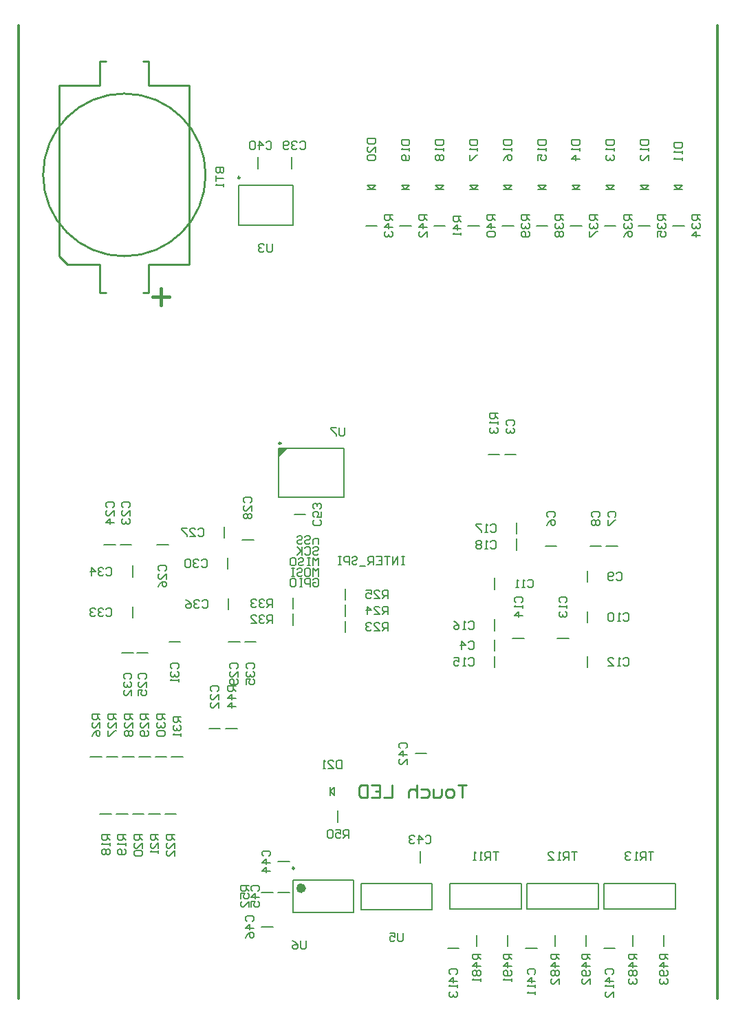
<source format=gbo>
G04 Layer_Color=32896*
%FSLAX44Y44*%
%MOMM*%
G71*
G01*
G75*
%ADD32C,0.2000*%
%ADD34C,0.3000*%
%ADD36C,0.4000*%
%ADD56C,0.2500*%
%ADD58C,0.6000*%
%ADD63C,0.2540*%
G36*
X350000Y798000D02*
Y808000D01*
X360000D01*
X350000Y798000D01*
D02*
G37*
D32*
X368000Y591000D02*
Y605000D01*
Y611000D02*
Y625000D01*
X369000Y727000D02*
X383000D01*
X300500Y1131750D02*
X367500D01*
X300500Y1082750D02*
X367500D01*
X300500D02*
Y1131750D01*
X367500Y1082750D02*
Y1131750D01*
X366000Y1152250D02*
Y1166250D01*
X324500Y1152250D02*
Y1166250D01*
X430000Y748000D02*
Y808000D01*
X350000Y748000D02*
Y808000D01*
Y748000D02*
X430000D01*
X350000Y808000D02*
X430000D01*
X350000Y798000D02*
X360000Y808000D01*
X524000Y299000D02*
Y313000D01*
X518000Y433000D02*
X532000D01*
X367500Y277500D02*
X442500D01*
X367500Y237500D02*
X442500D01*
X367500D02*
Y277500D01*
X442500Y237500D02*
Y277500D01*
X451000Y241000D02*
Y273000D01*
X539000Y241000D02*
Y273000D01*
X451000D02*
X539000D01*
X451000Y241000D02*
X539000D01*
X743500Y241500D02*
Y273500D01*
X655500Y241500D02*
Y273500D01*
Y241500D02*
X743500D01*
X655500Y273500D02*
X743500D01*
X649000Y241500D02*
Y273500D01*
X561000Y241500D02*
Y273500D01*
Y241500D02*
X649000D01*
X561000Y273500D02*
X649000D01*
X838000Y241500D02*
Y273500D01*
X750000Y241500D02*
Y273500D01*
Y241500D02*
X838000D01*
X750000Y273500D02*
X838000D01*
X329000Y262000D02*
X343000D01*
X423000Y349000D02*
Y363000D01*
X728000Y196000D02*
Y210000D01*
X632000Y196000D02*
Y210000D01*
X824000Y196000D02*
Y210000D01*
X690000Y196000D02*
Y210000D01*
X594000Y196000D02*
Y210000D01*
X786000Y196000D02*
Y210000D01*
X218000Y429000D02*
X232000D01*
X198000D02*
X212000D01*
X178000D02*
X192000D01*
X158000D02*
X172000D01*
X138000D02*
X152000D01*
X118000D02*
X132000D01*
X432000Y622000D02*
Y636000D01*
Y602000D02*
Y616000D01*
Y582000D02*
Y596000D01*
X210000Y359000D02*
X224000D01*
X190000D02*
X204000D01*
X170000D02*
X184000D01*
X150000D02*
X164000D01*
X130000D02*
X144000D01*
X608000Y801000D02*
X622000D01*
X349000Y262000D02*
X363000D01*
X349000Y300000D02*
X363000D01*
X329000Y220000D02*
X343000D01*
X750000Y194000D02*
X764000D01*
X654000D02*
X668000D01*
X558000D02*
X572000D01*
X628000Y801000D02*
X642000D01*
X835000Y1082000D02*
X849000D01*
X793000D02*
X807000D01*
X751000D02*
X765000D01*
X709000D02*
X723000D01*
X667000D02*
X681000D01*
X625000D02*
X639000D01*
X583000D02*
X597000D01*
X541000D02*
X555000D01*
X499000D02*
X513000D01*
X457000D02*
X471000D01*
X264000Y464000D02*
X278000D01*
X285000D02*
X299000D01*
X643000Y683000D02*
Y697000D01*
Y703000D02*
Y717000D01*
X616000Y584000D02*
Y598000D01*
Y539000D02*
Y553000D01*
Y559000D02*
Y573000D01*
X730000Y644000D02*
Y658000D01*
Y594000D02*
Y608000D01*
Y539000D02*
Y553000D01*
X638000Y575000D02*
X652000D01*
X693000D02*
X707000D01*
X733000Y688000D02*
X747000D01*
X753000D02*
X767000D01*
X678000D02*
X692000D01*
X616000Y635000D02*
Y649000D01*
X283000Y698000D02*
Y712000D01*
X287000Y660000D02*
Y674000D01*
X288000Y610000D02*
Y624000D01*
X170000Y600000D02*
Y614000D01*
Y650000D02*
Y664000D01*
X175000Y557000D02*
X189000D01*
X157000D02*
X171000D01*
X135000Y690000D02*
X149000D01*
X155000D02*
X169000D01*
X200000D02*
X214000D01*
X215000Y570000D02*
X229000D01*
X308000D02*
X322000D01*
X288000D02*
X302000D01*
X305000Y696000D02*
X319000D01*
X459000Y1132000D02*
X464000Y1127000D01*
X469000Y1132000D01*
X459000D02*
X469000D01*
X459000Y1127000D02*
X469000D01*
X501000D02*
X511000D01*
X501000Y1132000D02*
X511000D01*
X506000Y1127000D02*
X511000Y1132000D01*
X501000D02*
X506000Y1127000D01*
X543000Y1132000D02*
X548000Y1127000D01*
X553000Y1132000D01*
X543000D02*
X553000D01*
X543000Y1127000D02*
X553000D01*
X585000D02*
X595000D01*
X585000Y1132000D02*
X595000D01*
X590000Y1127000D02*
X595000Y1132000D01*
X585000D02*
X590000Y1127000D01*
X627000Y1132000D02*
X632000Y1127000D01*
X637000Y1132000D01*
X627000D02*
X637000D01*
X627000Y1127000D02*
X637000D01*
X669000D02*
X679000D01*
X669000Y1132000D02*
X679000D01*
X674000Y1127000D02*
X679000Y1132000D01*
X669000D02*
X674000Y1127000D01*
X711000Y1132000D02*
X716000Y1127000D01*
X721000Y1132000D01*
X711000D02*
X721000D01*
X711000Y1127000D02*
X721000D01*
X753000D02*
X763000D01*
X753000Y1132000D02*
X763000D01*
X758000Y1127000D02*
X763000Y1132000D01*
X753000D02*
X758000Y1127000D01*
X795000Y1132000D02*
X800000Y1127000D01*
X805000Y1132000D01*
X795000D02*
X805000D01*
X795000Y1127000D02*
X805000D01*
X837000D02*
X847000D01*
X837000Y1132000D02*
X847000D01*
X842000Y1127000D02*
X847000Y1132000D01*
X837000D02*
X842000Y1127000D01*
X413000Y387000D02*
X418000Y392000D01*
X413000Y387000D02*
X418000Y382000D01*
Y392000D01*
X413000Y382000D02*
Y392000D01*
X427780Y424523D02*
Y414526D01*
X422782D01*
X421116Y416192D01*
Y422857D01*
X422782Y424523D01*
X427780D01*
X411119Y414526D02*
X417784D01*
X411119Y421190D01*
Y422857D01*
X412785Y424523D01*
X416117D01*
X417784Y422857D01*
X407787Y414526D02*
X404454D01*
X406120D01*
Y424523D01*
X407787Y422857D01*
X272495Y1153666D02*
X282492D01*
Y1148668D01*
X280826Y1147001D01*
X279160D01*
X277494Y1148668D01*
Y1153666D01*
Y1148668D01*
X275828Y1147001D01*
X274162D01*
X272495Y1148668D01*
Y1153666D01*
Y1143669D02*
Y1137005D01*
Y1140337D01*
X282492D01*
Y1133672D02*
Y1130340D01*
Y1132006D01*
X272495D01*
X274162Y1133672D01*
X631794Y836613D02*
X630127Y838280D01*
Y841612D01*
X631794Y843278D01*
X638458D01*
X640124Y841612D01*
Y838280D01*
X638458Y836613D01*
X631794Y833281D02*
X630127Y831615D01*
Y828283D01*
X631794Y826617D01*
X633460D01*
X635126Y828283D01*
Y829949D01*
Y828283D01*
X636792Y826617D01*
X638458D01*
X640124Y828283D01*
Y831615D01*
X638458Y833281D01*
X561690Y161735D02*
X560023Y163402D01*
Y166734D01*
X561690Y168400D01*
X568354D01*
X570020Y166734D01*
Y163402D01*
X568354Y161735D01*
X570020Y153405D02*
X560023D01*
X565022Y158403D01*
Y151739D01*
X570020Y148406D02*
Y145074D01*
Y146740D01*
X560023D01*
X561690Y148406D01*
Y140076D02*
X560023Y138410D01*
Y135077D01*
X561690Y133411D01*
X563356D01*
X565022Y135077D01*
Y136743D01*
Y135077D01*
X566688Y133411D01*
X568354D01*
X570020Y135077D01*
Y138410D01*
X568354Y140076D01*
X657702Y161735D02*
X656036Y163402D01*
Y166734D01*
X657702Y168400D01*
X664366D01*
X666032Y166734D01*
Y163402D01*
X664366Y161735D01*
X666032Y153405D02*
X656036D01*
X661034Y158403D01*
Y151739D01*
X666032Y148406D02*
Y145074D01*
Y146740D01*
X656036D01*
X657702Y148406D01*
X666032Y140076D02*
Y136743D01*
Y138410D01*
X656036D01*
X657702Y140076D01*
X753714Y161735D02*
X752048Y163402D01*
Y166734D01*
X753714Y168400D01*
X760378D01*
X762044Y166734D01*
Y163402D01*
X760378Y161735D01*
X762044Y153405D02*
X752048D01*
X757046Y158403D01*
Y151739D01*
X762044Y148406D02*
Y145074D01*
Y146740D01*
X752048D01*
X753714Y148406D01*
X762044Y133411D02*
Y140076D01*
X755380Y133411D01*
X753714D01*
X752048Y135077D01*
Y138410D01*
X753714Y140076D01*
X310992Y226759D02*
X309326Y228426D01*
Y231758D01*
X310992Y233424D01*
X317656D01*
X319322Y231758D01*
Y228426D01*
X317656Y226759D01*
X319322Y218429D02*
X309326D01*
X314324Y223427D01*
Y216763D01*
X309326Y206766D02*
X310992Y210098D01*
X314324Y213430D01*
X317656D01*
X319322Y211764D01*
Y208432D01*
X317656Y206766D01*
X315990D01*
X314324Y208432D01*
Y213430D01*
X331058Y306770D02*
X329392Y308436D01*
Y311768D01*
X331058Y313434D01*
X337722D01*
X339388Y311768D01*
Y308436D01*
X337722Y306770D01*
X339388Y298439D02*
X329392D01*
X334390Y303437D01*
Y296773D01*
X339388Y288442D02*
X329392D01*
X334390Y293440D01*
Y286776D01*
X317669Y264335D02*
X316003Y266002D01*
Y269334D01*
X317669Y271000D01*
X324334D01*
X326000Y269334D01*
Y266002D01*
X324334Y264335D01*
X326000Y256005D02*
X316003D01*
X321002Y261003D01*
Y254339D01*
X316003Y244342D02*
Y251006D01*
X321002D01*
X319335Y247674D01*
Y246008D01*
X321002Y244342D01*
X324334D01*
X326000Y246008D01*
Y249340D01*
X324334Y251006D01*
X836883Y1184146D02*
X846880D01*
Y1179148D01*
X845214Y1177482D01*
X838550D01*
X836883Y1179148D01*
Y1184146D01*
X846880Y1174149D02*
Y1170817D01*
Y1172483D01*
X836883D01*
X838550Y1174149D01*
X846880Y1165818D02*
Y1162486D01*
Y1164152D01*
X836883D01*
X838550Y1165818D01*
X794974Y1187448D02*
X804970D01*
Y1182450D01*
X803304Y1180783D01*
X796640D01*
X794974Y1182450D01*
Y1187448D01*
X804970Y1177451D02*
Y1174119D01*
Y1175785D01*
X794974D01*
X796640Y1177451D01*
X804970Y1162456D02*
Y1169120D01*
X798306Y1162456D01*
X796640D01*
X794974Y1164122D01*
Y1167454D01*
X796640Y1169120D01*
X753064Y1187448D02*
X763060D01*
Y1182450D01*
X761394Y1180783D01*
X754730D01*
X753064Y1182450D01*
Y1187448D01*
X763060Y1177451D02*
Y1174119D01*
Y1175785D01*
X753064D01*
X754730Y1177451D01*
Y1169120D02*
X753064Y1167454D01*
Y1164122D01*
X754730Y1162456D01*
X756396D01*
X758062Y1164122D01*
Y1165788D01*
Y1164122D01*
X759728Y1162456D01*
X761394D01*
X763060Y1164122D01*
Y1167454D01*
X761394Y1169120D01*
X710900Y1187448D02*
X720896D01*
Y1182450D01*
X719230Y1180783D01*
X712566D01*
X710900Y1182450D01*
Y1187448D01*
X720896Y1177451D02*
Y1174119D01*
Y1175785D01*
X710900D01*
X712566Y1177451D01*
X720896Y1164122D02*
X710900D01*
X715898Y1169120D01*
Y1162456D01*
X668989Y1187448D02*
X678986D01*
Y1182450D01*
X677320Y1180783D01*
X670656D01*
X668989Y1182450D01*
Y1187448D01*
X678986Y1177451D02*
Y1174119D01*
Y1175785D01*
X668989D01*
X670656Y1177451D01*
X668989Y1162456D02*
Y1169120D01*
X673988D01*
X672322Y1165788D01*
Y1164122D01*
X673988Y1162456D01*
X677320D01*
X678986Y1164122D01*
Y1167454D01*
X677320Y1169120D01*
X627080Y1187448D02*
X637076D01*
Y1182450D01*
X635410Y1180783D01*
X628746D01*
X627080Y1182450D01*
Y1187448D01*
X637076Y1177451D02*
Y1174119D01*
Y1175785D01*
X627080D01*
X628746Y1177451D01*
X627080Y1162456D02*
X628746Y1165788D01*
X632078Y1169120D01*
X635410D01*
X637076Y1167454D01*
Y1164122D01*
X635410Y1162456D01*
X633744D01*
X632078Y1164122D01*
Y1169120D01*
X584916Y1187448D02*
X594912D01*
Y1182450D01*
X593246Y1180783D01*
X586582D01*
X584916Y1182450D01*
Y1187448D01*
X594912Y1177451D02*
Y1174119D01*
Y1175785D01*
X584916D01*
X586582Y1177451D01*
X584916Y1169120D02*
Y1162456D01*
X586582D01*
X593246Y1169120D01*
X594912D01*
X543005Y1187448D02*
X553002D01*
Y1182450D01*
X551336Y1180783D01*
X544672D01*
X543005Y1182450D01*
Y1187448D01*
X553002Y1177451D02*
Y1174119D01*
Y1175785D01*
X543005D01*
X544672Y1177451D01*
Y1169120D02*
X543005Y1167454D01*
Y1164122D01*
X544672Y1162456D01*
X546338D01*
X548004Y1164122D01*
X549670Y1162456D01*
X551336D01*
X553002Y1164122D01*
Y1167454D01*
X551336Y1169120D01*
X549670D01*
X548004Y1167454D01*
X546338Y1169120D01*
X544672D01*
X548004Y1167454D02*
Y1164122D01*
X501096Y1187448D02*
X511092D01*
Y1182450D01*
X509426Y1180783D01*
X502762D01*
X501096Y1182450D01*
Y1187448D01*
X511092Y1177451D02*
Y1174119D01*
Y1175785D01*
X501096D01*
X502762Y1177451D01*
X509426Y1169120D02*
X511092Y1167454D01*
Y1164122D01*
X509426Y1162456D01*
X502762D01*
X501096Y1164122D01*
Y1167454D01*
X502762Y1169120D01*
X504428D01*
X506094Y1167454D01*
Y1162456D01*
X458932Y1189226D02*
X468928D01*
Y1184228D01*
X467262Y1182561D01*
X460598D01*
X458932Y1184228D01*
Y1189226D01*
X468928Y1172565D02*
Y1179229D01*
X462264Y1172565D01*
X460598D01*
X458932Y1174231D01*
Y1177563D01*
X460598Y1179229D01*
Y1169232D02*
X458932Y1167566D01*
Y1164234D01*
X460598Y1162568D01*
X467262D01*
X468928Y1164234D01*
Y1167566D01*
X467262Y1169232D01*
X460598D01*
X620058Y851660D02*
X610061D01*
Y846662D01*
X611728Y844995D01*
X615060D01*
X616726Y846662D01*
Y851660D01*
Y848328D02*
X620058Y844995D01*
Y841663D02*
Y838331D01*
Y839997D01*
X610061D01*
X611728Y841663D01*
Y833333D02*
X610061Y831666D01*
Y828334D01*
X611728Y826668D01*
X613394D01*
X615060Y828334D01*
Y830000D01*
Y828334D01*
X616726Y826668D01*
X618392D01*
X620058Y828334D01*
Y831666D01*
X618392Y833333D01*
X142030Y333500D02*
X132034D01*
Y328502D01*
X133700Y326836D01*
X137032D01*
X138698Y328502D01*
Y333500D01*
Y330168D02*
X142030Y326836D01*
Y323503D02*
Y320171D01*
Y321837D01*
X132034D01*
X133700Y323503D01*
Y315173D02*
X132034Y313506D01*
Y310174D01*
X133700Y308508D01*
X135366D01*
X137032Y310174D01*
X138698Y308508D01*
X140364D01*
X142030Y310174D01*
Y313506D01*
X140364Y315173D01*
X138698D01*
X137032Y313506D01*
X135366Y315173D01*
X133700D01*
X137032Y313506D02*
Y310174D01*
X162096Y333500D02*
X152100D01*
Y328502D01*
X153766Y326836D01*
X157098D01*
X158764Y328502D01*
Y333500D01*
Y330168D02*
X162096Y326836D01*
Y323503D02*
Y320171D01*
Y321837D01*
X152100D01*
X153766Y323503D01*
X160430Y315173D02*
X162096Y313506D01*
Y310174D01*
X160430Y308508D01*
X153766D01*
X152100Y310174D01*
Y313506D01*
X153766Y315173D01*
X155432D01*
X157098Y313506D01*
Y308508D01*
X181908Y333500D02*
X171912D01*
Y328502D01*
X173578Y326836D01*
X176910D01*
X178576Y328502D01*
Y333500D01*
Y330168D02*
X181908Y326836D01*
Y316839D02*
Y323503D01*
X175244Y316839D01*
X173578D01*
X171912Y318505D01*
Y321837D01*
X173578Y323503D01*
Y313506D02*
X171912Y311840D01*
Y308508D01*
X173578Y306842D01*
X180242D01*
X181908Y308508D01*
Y311840D01*
X180242Y313506D01*
X173578D01*
X201974Y333500D02*
X191978D01*
Y328502D01*
X193644Y326836D01*
X196976D01*
X198642Y328502D01*
Y333500D01*
Y330168D02*
X201974Y326836D01*
Y316839D02*
Y323503D01*
X195310Y316839D01*
X193644D01*
X191978Y318505D01*
Y321837D01*
X193644Y323503D01*
X201974Y313506D02*
Y310174D01*
Y311840D01*
X191978D01*
X193644Y313506D01*
X222040Y333500D02*
X212043D01*
Y328502D01*
X213710Y326836D01*
X217042D01*
X218708Y328502D01*
Y333500D01*
Y330168D02*
X222040Y326836D01*
Y316839D02*
Y323503D01*
X215376Y316839D01*
X213710D01*
X212043Y318505D01*
Y321837D01*
X213710Y323503D01*
X222040Y306842D02*
Y313506D01*
X215376Y306842D01*
X213710D01*
X212043Y308508D01*
Y311840D01*
X213710Y313506D01*
X484168Y583944D02*
Y593941D01*
X479170D01*
X477504Y592275D01*
Y588942D01*
X479170Y587276D01*
X484168D01*
X480836D02*
X477504Y583944D01*
X467507D02*
X474171D01*
X467507Y590608D01*
Y592275D01*
X469173Y593941D01*
X472505D01*
X474171Y592275D01*
X464175D02*
X462509Y593941D01*
X459176D01*
X457510Y592275D01*
Y590608D01*
X459176Y588942D01*
X460842D01*
X459176D01*
X457510Y587276D01*
Y585610D01*
X459176Y583944D01*
X462509D01*
X464175Y585610D01*
X484168Y604010D02*
Y614007D01*
X479170D01*
X477504Y612341D01*
Y609008D01*
X479170Y607342D01*
X484168D01*
X480836D02*
X477504Y604010D01*
X467507D02*
X474171D01*
X467507Y610675D01*
Y612341D01*
X469173Y614007D01*
X472505D01*
X474171Y612341D01*
X459176Y604010D02*
Y614007D01*
X464175Y609008D01*
X457510D01*
X484168Y624076D02*
Y634073D01*
X479170D01*
X477504Y632407D01*
Y629074D01*
X479170Y627408D01*
X484168D01*
X480836D02*
X477504Y624076D01*
X467507D02*
X474171D01*
X467507Y630741D01*
Y632407D01*
X469173Y634073D01*
X472505D01*
X474171Y632407D01*
X457510Y634073D02*
X464175D01*
Y629074D01*
X460842Y630741D01*
X459176D01*
X457510Y629074D01*
Y625742D01*
X459176Y624076D01*
X462509D01*
X464175Y625742D01*
X130092Y481328D02*
X120096D01*
Y476330D01*
X121762Y474664D01*
X125094D01*
X126760Y476330D01*
Y481328D01*
Y477996D02*
X130092Y474664D01*
Y464667D02*
Y471331D01*
X123428Y464667D01*
X121762D01*
X120096Y466333D01*
Y469665D01*
X121762Y471331D01*
X120096Y454670D02*
X121762Y458002D01*
X125094Y461334D01*
X128426D01*
X130092Y459668D01*
Y456336D01*
X128426Y454670D01*
X126760D01*
X125094Y456336D01*
Y461334D01*
X149904Y481328D02*
X139908D01*
Y476330D01*
X141574Y474664D01*
X144906D01*
X146572Y476330D01*
Y481328D01*
Y477996D02*
X149904Y474664D01*
Y464667D02*
Y471331D01*
X143240Y464667D01*
X141574D01*
X139908Y466333D01*
Y469665D01*
X141574Y471331D01*
X139908Y461334D02*
Y454670D01*
X141574D01*
X148238Y461334D01*
X149904D01*
X169970Y481328D02*
X159973D01*
Y476330D01*
X161640Y474664D01*
X164972D01*
X166638Y476330D01*
Y481328D01*
Y477996D02*
X169970Y474664D01*
Y464667D02*
Y471331D01*
X163306Y464667D01*
X161640D01*
X159973Y466333D01*
Y469665D01*
X161640Y471331D01*
Y461334D02*
X159973Y459668D01*
Y456336D01*
X161640Y454670D01*
X163306D01*
X164972Y456336D01*
X166638Y454670D01*
X168304D01*
X169970Y456336D01*
Y459668D01*
X168304Y461334D01*
X166638D01*
X164972Y459668D01*
X163306Y461334D01*
X161640D01*
X164972Y459668D02*
Y456336D01*
X190036Y481328D02*
X180040D01*
Y476330D01*
X181706Y474664D01*
X185038D01*
X186704Y476330D01*
Y481328D01*
Y477996D02*
X190036Y474664D01*
Y464667D02*
Y471331D01*
X183372Y464667D01*
X181706D01*
X180040Y466333D01*
Y469665D01*
X181706Y471331D01*
X188370Y461334D02*
X190036Y459668D01*
Y456336D01*
X188370Y454670D01*
X181706D01*
X180040Y456336D01*
Y459668D01*
X181706Y461334D01*
X183372D01*
X185038Y459668D01*
Y454670D01*
X210102Y481328D02*
X200105D01*
Y476330D01*
X201772Y474664D01*
X205104D01*
X206770Y476330D01*
Y481328D01*
Y477996D02*
X210102Y474664D01*
X201772Y471331D02*
X200105Y469665D01*
Y466333D01*
X201772Y464667D01*
X203438D01*
X205104Y466333D01*
Y467999D01*
Y466333D01*
X206770Y464667D01*
X208436D01*
X210102Y466333D01*
Y469665D01*
X208436Y471331D01*
X201772Y461334D02*
X200105Y459668D01*
Y456336D01*
X201772Y454670D01*
X208436D01*
X210102Y456336D01*
Y459668D01*
X208436Y461334D01*
X201772D01*
X229914Y478026D02*
X219918D01*
Y473028D01*
X221584Y471362D01*
X224916D01*
X226582Y473028D01*
Y478026D01*
Y474694D02*
X229914Y471362D01*
X221584Y468029D02*
X219918Y466363D01*
Y463031D01*
X221584Y461365D01*
X223250D01*
X224916Y463031D01*
Y464697D01*
Y463031D01*
X226582Y461365D01*
X228248D01*
X229914Y463031D01*
Y466363D01*
X228248Y468029D01*
X229914Y458032D02*
Y454700D01*
Y456366D01*
X219918D01*
X221584Y458032D01*
X342436Y593088D02*
Y603085D01*
X337438D01*
X335772Y601419D01*
Y598086D01*
X337438Y596420D01*
X342436D01*
X339104D02*
X335772Y593088D01*
X332439Y601419D02*
X330773Y603085D01*
X327441D01*
X325775Y601419D01*
Y599753D01*
X327441Y598086D01*
X329107D01*
X327441D01*
X325775Y596420D01*
Y594754D01*
X327441Y593088D01*
X330773D01*
X332439Y594754D01*
X315778Y593088D02*
X322443D01*
X315778Y599753D01*
Y601419D01*
X317444Y603085D01*
X320776D01*
X322443Y601419D01*
X342436Y612900D02*
Y622897D01*
X337438D01*
X335772Y621231D01*
Y617898D01*
X337438Y616232D01*
X342436D01*
X339104D02*
X335772Y612900D01*
X332439Y621231D02*
X330773Y622897D01*
X327441D01*
X325775Y621231D01*
Y619565D01*
X327441Y617898D01*
X329107D01*
X327441D01*
X325775Y616232D01*
Y614566D01*
X327441Y612900D01*
X330773D01*
X332439Y614566D01*
X322443Y621231D02*
X320776Y622897D01*
X317444D01*
X315778Y621231D01*
Y619565D01*
X317444Y617898D01*
X319110D01*
X317444D01*
X315778Y616232D01*
Y614566D01*
X317444Y612900D01*
X320776D01*
X322443Y614566D01*
X868470Y1095246D02*
X858474D01*
Y1090248D01*
X860140Y1088581D01*
X863472D01*
X865138Y1090248D01*
Y1095246D01*
Y1091914D02*
X868470Y1088581D01*
X860140Y1085249D02*
X858474Y1083583D01*
Y1080251D01*
X860140Y1078585D01*
X861806D01*
X863472Y1080251D01*
Y1081917D01*
Y1080251D01*
X865138Y1078585D01*
X866804D01*
X868470Y1080251D01*
Y1083583D01*
X866804Y1085249D01*
X868470Y1070254D02*
X858474D01*
X863472Y1075252D01*
Y1068588D01*
X826560Y1095246D02*
X816563D01*
Y1090248D01*
X818230Y1088581D01*
X821562D01*
X823228Y1090248D01*
Y1095246D01*
Y1091914D02*
X826560Y1088581D01*
X818230Y1085249D02*
X816563Y1083583D01*
Y1080251D01*
X818230Y1078585D01*
X819896D01*
X821562Y1080251D01*
Y1081917D01*
Y1080251D01*
X823228Y1078585D01*
X824894D01*
X826560Y1080251D01*
Y1083583D01*
X824894Y1085249D01*
X816563Y1068588D02*
Y1075252D01*
X821562D01*
X819896Y1071920D01*
Y1070254D01*
X821562Y1068588D01*
X824894D01*
X826560Y1070254D01*
Y1073586D01*
X824894Y1075252D01*
X784650Y1095246D02*
X774653D01*
Y1090248D01*
X776320Y1088581D01*
X779652D01*
X781318Y1090248D01*
Y1095246D01*
Y1091914D02*
X784650Y1088581D01*
X776320Y1085249D02*
X774653Y1083583D01*
Y1080251D01*
X776320Y1078585D01*
X777986D01*
X779652Y1080251D01*
Y1081917D01*
Y1080251D01*
X781318Y1078585D01*
X782984D01*
X784650Y1080251D01*
Y1083583D01*
X782984Y1085249D01*
X774653Y1068588D02*
X776320Y1071920D01*
X779652Y1075252D01*
X782984D01*
X784650Y1073586D01*
Y1070254D01*
X782984Y1068588D01*
X781318D01*
X779652Y1070254D01*
Y1075252D01*
X742486Y1095246D02*
X732489D01*
Y1090248D01*
X734156Y1088581D01*
X737488D01*
X739154Y1090248D01*
Y1095246D01*
Y1091914D02*
X742486Y1088581D01*
X734156Y1085249D02*
X732489Y1083583D01*
Y1080251D01*
X734156Y1078585D01*
X735822D01*
X737488Y1080251D01*
Y1081917D01*
Y1080251D01*
X739154Y1078585D01*
X740820D01*
X742486Y1080251D01*
Y1083583D01*
X740820Y1085249D01*
X732489Y1075252D02*
Y1068588D01*
X734156D01*
X740820Y1075252D01*
X742486D01*
X700576Y1095246D02*
X690580D01*
Y1090248D01*
X692246Y1088581D01*
X695578D01*
X697244Y1090248D01*
Y1095246D01*
Y1091914D02*
X700576Y1088581D01*
X692246Y1085249D02*
X690580Y1083583D01*
Y1080251D01*
X692246Y1078585D01*
X693912D01*
X695578Y1080251D01*
Y1081917D01*
Y1080251D01*
X697244Y1078585D01*
X698910D01*
X700576Y1080251D01*
Y1083583D01*
X698910Y1085249D01*
X692246Y1075252D02*
X690580Y1073586D01*
Y1070254D01*
X692246Y1068588D01*
X693912D01*
X695578Y1070254D01*
X697244Y1068588D01*
X698910D01*
X700576Y1070254D01*
Y1073586D01*
X698910Y1075252D01*
X697244D01*
X695578Y1073586D01*
X693912Y1075252D01*
X692246D01*
X695578Y1073586D02*
Y1070254D01*
X658666Y1095246D02*
X648670D01*
Y1090248D01*
X650336Y1088581D01*
X653668D01*
X655334Y1090248D01*
Y1095246D01*
Y1091914D02*
X658666Y1088581D01*
X650336Y1085249D02*
X648670Y1083583D01*
Y1080251D01*
X650336Y1078585D01*
X652002D01*
X653668Y1080251D01*
Y1081917D01*
Y1080251D01*
X655334Y1078585D01*
X657000D01*
X658666Y1080251D01*
Y1083583D01*
X657000Y1085249D01*
Y1075252D02*
X658666Y1073586D01*
Y1070254D01*
X657000Y1068588D01*
X650336D01*
X648670Y1070254D01*
Y1073586D01*
X650336Y1075252D01*
X652002D01*
X653668Y1073586D01*
Y1068588D01*
X616502Y1095246D02*
X606506D01*
Y1090248D01*
X608172Y1088581D01*
X611504D01*
X613170Y1090248D01*
Y1095246D01*
Y1091914D02*
X616502Y1088581D01*
Y1080251D02*
X606506D01*
X611504Y1085249D01*
Y1078585D01*
X608172Y1075252D02*
X606506Y1073586D01*
Y1070254D01*
X608172Y1068588D01*
X614836D01*
X616502Y1070254D01*
Y1073586D01*
X614836Y1075252D01*
X608172D01*
X574592Y1093722D02*
X564595D01*
Y1088724D01*
X566262Y1087057D01*
X569594D01*
X571260Y1088724D01*
Y1093722D01*
Y1090390D02*
X574592Y1087057D01*
Y1078727D02*
X564595D01*
X569594Y1083725D01*
Y1077061D01*
X574592Y1073728D02*
Y1070396D01*
Y1072062D01*
X564595D01*
X566262Y1073728D01*
X532682Y1095246D02*
X522686D01*
Y1090248D01*
X524352Y1088581D01*
X527684D01*
X529350Y1090248D01*
Y1095246D01*
Y1091914D02*
X532682Y1088581D01*
Y1080251D02*
X522686D01*
X527684Y1085249D01*
Y1078585D01*
X532682Y1068588D02*
Y1075252D01*
X526018Y1068588D01*
X524352D01*
X522686Y1070254D01*
Y1073586D01*
X524352Y1075252D01*
X490518Y1095246D02*
X480522D01*
Y1090248D01*
X482188Y1088581D01*
X485520D01*
X487186Y1090248D01*
Y1095246D01*
Y1091914D02*
X490518Y1088581D01*
Y1080251D02*
X480522D01*
X485520Y1085249D01*
Y1078585D01*
X482188Y1075252D02*
X480522Y1073586D01*
Y1070254D01*
X482188Y1068588D01*
X483854D01*
X485520Y1070254D01*
Y1071920D01*
Y1070254D01*
X487186Y1068588D01*
X488852D01*
X490518Y1070254D01*
Y1073586D01*
X488852Y1075252D01*
X791000Y186434D02*
X781003D01*
Y181436D01*
X782670Y179769D01*
X786002D01*
X787668Y181436D01*
Y186434D01*
Y183102D02*
X791000Y179769D01*
Y171439D02*
X781003D01*
X786002Y176437D01*
Y169773D01*
X782670Y166440D02*
X781003Y164774D01*
Y161442D01*
X782670Y159776D01*
X784336D01*
X786002Y161442D01*
X787668Y159776D01*
X789334D01*
X791000Y161442D01*
Y164774D01*
X789334Y166440D01*
X787668D01*
X786002Y164774D01*
X784336Y166440D01*
X782670D01*
X786002Y164774D02*
Y161442D01*
X782670Y156444D02*
X781003Y154777D01*
Y151445D01*
X782670Y149779D01*
X784336D01*
X786002Y151445D01*
Y153111D01*
Y151445D01*
X787668Y149779D01*
X789334D01*
X791000Y151445D01*
Y154777D01*
X789334Y156444D01*
X598976Y186434D02*
X588979D01*
Y181436D01*
X590646Y179769D01*
X593978D01*
X595644Y181436D01*
Y186434D01*
Y183102D02*
X598976Y179769D01*
Y171439D02*
X588979D01*
X593978Y176437D01*
Y169773D01*
X590646Y166440D02*
X588979Y164774D01*
Y161442D01*
X590646Y159776D01*
X592312D01*
X593978Y161442D01*
X595644Y159776D01*
X597310D01*
X598976Y161442D01*
Y164774D01*
X597310Y166440D01*
X595644D01*
X593978Y164774D01*
X592312Y166440D01*
X590646D01*
X593978Y164774D02*
Y161442D01*
X598976Y156444D02*
Y153111D01*
Y154777D01*
X588979D01*
X590646Y156444D01*
X694988Y186434D02*
X684992D01*
Y181436D01*
X686658Y179769D01*
X689990D01*
X691656Y181436D01*
Y186434D01*
Y183102D02*
X694988Y179769D01*
Y171439D02*
X684992D01*
X689990Y176437D01*
Y169773D01*
X686658Y166440D02*
X684992Y164774D01*
Y161442D01*
X686658Y159776D01*
X688324D01*
X689990Y161442D01*
X691656Y159776D01*
X693322D01*
X694988Y161442D01*
Y164774D01*
X693322Y166440D01*
X691656D01*
X689990Y164774D01*
X688324Y166440D01*
X686658D01*
X689990Y164774D02*
Y161442D01*
X694988Y149779D02*
Y156444D01*
X688324Y149779D01*
X686658D01*
X684992Y151445D01*
Y154777D01*
X686658Y156444D01*
X829100Y186434D02*
X819103D01*
Y181436D01*
X820770Y179769D01*
X824102D01*
X825768Y181436D01*
Y186434D01*
Y183102D02*
X829100Y179769D01*
Y171439D02*
X819103D01*
X824102Y176437D01*
Y169773D01*
X827434Y166440D02*
X829100Y164774D01*
Y161442D01*
X827434Y159776D01*
X820770D01*
X819103Y161442D01*
Y164774D01*
X820770Y166440D01*
X822436D01*
X824102Y164774D01*
Y159776D01*
X820770Y156444D02*
X819103Y154777D01*
Y151445D01*
X820770Y149779D01*
X822436D01*
X824102Y151445D01*
Y153111D01*
Y151445D01*
X825768Y149779D01*
X827434D01*
X829100Y151445D01*
Y154777D01*
X827434Y156444D01*
X637076Y186434D02*
X627080D01*
Y181436D01*
X628746Y179769D01*
X632078D01*
X633744Y181436D01*
Y186434D01*
Y183102D02*
X637076Y179769D01*
Y171439D02*
X627080D01*
X632078Y176437D01*
Y169773D01*
X635410Y166440D02*
X637076Y164774D01*
Y161442D01*
X635410Y159776D01*
X628746D01*
X627080Y161442D01*
Y164774D01*
X628746Y166440D01*
X630412D01*
X632078Y164774D01*
Y159776D01*
X637076Y156444D02*
Y153111D01*
Y154777D01*
X627080D01*
X628746Y156444D01*
X733088Y186434D02*
X723092D01*
Y181436D01*
X724758Y179769D01*
X728090D01*
X729756Y181436D01*
Y186434D01*
Y183102D02*
X733088Y179769D01*
Y171439D02*
X723092D01*
X728090Y176437D01*
Y169773D01*
X731422Y166440D02*
X733088Y164774D01*
Y161442D01*
X731422Y159776D01*
X724758D01*
X723092Y161442D01*
Y164774D01*
X724758Y166440D01*
X726424D01*
X728090Y164774D01*
Y159776D01*
X733088Y149779D02*
Y156444D01*
X726424Y149779D01*
X724758D01*
X723092Y151445D01*
Y154777D01*
X724758Y156444D01*
X436416Y329436D02*
Y339433D01*
X431418D01*
X429752Y337767D01*
Y334434D01*
X431418Y332768D01*
X436416D01*
X433084D02*
X429752Y329436D01*
X419755Y339433D02*
X426419D01*
Y334434D01*
X423087Y336101D01*
X421421D01*
X419755Y334434D01*
Y331102D01*
X421421Y329436D01*
X424753D01*
X426419Y331102D01*
X416423Y337767D02*
X414757Y339433D01*
X411424D01*
X409758Y337767D01*
Y331102D01*
X411424Y329436D01*
X414757D01*
X416423Y331102D01*
Y337767D01*
X313000Y271000D02*
X303003D01*
Y266002D01*
X304669Y264335D01*
X308002D01*
X309668Y266002D01*
Y271000D01*
Y267668D02*
X313000Y264335D01*
X303003Y254339D02*
Y261003D01*
X308002D01*
X306336Y257671D01*
Y256005D01*
X308002Y254339D01*
X311334D01*
X313000Y256005D01*
Y259337D01*
X311334Y261003D01*
X313000Y244342D02*
Y251006D01*
X306336Y244342D01*
X304669D01*
X303003Y246008D01*
Y249340D01*
X304669Y251006D01*
X811574Y312001D02*
X804910D01*
X808242D01*
Y302004D01*
X801578D02*
Y312001D01*
X796579D01*
X794913Y310335D01*
Y307002D01*
X796579Y305336D01*
X801578D01*
X798245D02*
X794913Y302004D01*
X791581D02*
X788248D01*
X789914D01*
Y312001D01*
X791581Y310335D01*
X783250D02*
X781584Y312001D01*
X778252D01*
X776585Y310335D01*
Y308668D01*
X778252Y307002D01*
X779918D01*
X778252D01*
X776585Y305336D01*
Y303670D01*
X778252Y302004D01*
X781584D01*
X783250Y303670D01*
X620820Y312001D02*
X614156D01*
X617488D01*
Y302004D01*
X610824D02*
Y312001D01*
X605825D01*
X604159Y310335D01*
Y307002D01*
X605825Y305336D01*
X610824D01*
X607491D02*
X604159Y302004D01*
X600827D02*
X597494D01*
X599160D01*
Y312001D01*
X600827Y310335D01*
X592496Y302004D02*
X589164D01*
X590830D01*
Y312001D01*
X592496Y310335D01*
X717086Y312001D02*
X710422D01*
X713754D01*
Y302004D01*
X707089D02*
Y312001D01*
X702091D01*
X700425Y310335D01*
Y307002D01*
X702091Y305336D01*
X707089D01*
X703757D02*
X700425Y302004D01*
X697093D02*
X693760D01*
X695426D01*
Y312001D01*
X697093Y310335D01*
X682097Y302004D02*
X688762D01*
X682097Y308668D01*
Y310335D01*
X683764Y312001D01*
X687096D01*
X688762Y310335D01*
X503218Y212433D02*
Y204102D01*
X501552Y202436D01*
X498220D01*
X496554Y204102D01*
Y212433D01*
X486557D02*
X493222D01*
Y207434D01*
X489889Y209100D01*
X488223D01*
X486557Y207434D01*
Y204102D01*
X488223Y202436D01*
X491555D01*
X493222Y204102D01*
X383330Y202781D02*
Y194450D01*
X381664Y192784D01*
X378332D01*
X376666Y194450D01*
Y202781D01*
X366669D02*
X370001Y201115D01*
X373334Y197782D01*
Y194450D01*
X371667Y192784D01*
X368335D01*
X366669Y194450D01*
Y196116D01*
X368335Y197782D01*
X373334D01*
X499968Y439612D02*
X498302Y441278D01*
Y444610D01*
X499968Y446276D01*
X506632D01*
X508298Y444610D01*
Y441278D01*
X506632Y439612D01*
X508298Y431281D02*
X498302D01*
X503300Y436279D01*
Y429615D01*
X508298Y419618D02*
Y426282D01*
X501634Y419618D01*
X499968D01*
X498302Y421284D01*
Y424616D01*
X499968Y426282D01*
X530590Y330909D02*
X532256Y332575D01*
X535588D01*
X537254Y330909D01*
Y324244D01*
X535588Y322578D01*
X532256D01*
X530590Y324244D01*
X522259Y322578D02*
Y332575D01*
X527257Y327576D01*
X520593D01*
X517261Y330909D02*
X515594Y332575D01*
X512262D01*
X510596Y330909D01*
Y329243D01*
X512262Y327576D01*
X513928D01*
X512262D01*
X510596Y325910D01*
Y324244D01*
X512262Y322578D01*
X515594D01*
X517261Y324244D01*
X583676Y569415D02*
X585342Y571081D01*
X588674D01*
X590340Y569415D01*
Y562750D01*
X588674Y561084D01*
X585342D01*
X583676Y562750D01*
X575345Y561084D02*
Y571081D01*
X580344Y566082D01*
X573679D01*
X681578Y723584D02*
X679911Y725250D01*
Y728582D01*
X681578Y730248D01*
X688242D01*
X689908Y728582D01*
Y725250D01*
X688242Y723584D01*
X679911Y713587D02*
X681578Y716919D01*
X684910Y720251D01*
X688242D01*
X689908Y718585D01*
Y715253D01*
X688242Y713587D01*
X686576D01*
X684910Y715253D01*
Y720251D01*
X756762Y723584D02*
X755096Y725250D01*
Y728582D01*
X756762Y730248D01*
X763426D01*
X765092Y728582D01*
Y725250D01*
X763426Y723584D01*
X755096Y720251D02*
Y713587D01*
X756762D01*
X763426Y720251D01*
X765092D01*
X736696Y723584D02*
X735030Y725250D01*
Y728582D01*
X736696Y730248D01*
X743360D01*
X745026Y728582D01*
Y725250D01*
X743360Y723584D01*
X736696Y720251D02*
X735030Y718585D01*
Y715253D01*
X736696Y713587D01*
X738362D01*
X740028Y715253D01*
X741694Y713587D01*
X743360D01*
X745026Y715253D01*
Y718585D01*
X743360Y720251D01*
X741694D01*
X740028Y718585D01*
X738362Y720251D01*
X736696D01*
X740028Y718585D02*
Y715253D01*
X765540Y654251D02*
X767206Y655917D01*
X770538D01*
X772204Y654251D01*
Y647586D01*
X770538Y645920D01*
X767206D01*
X765540Y647586D01*
X762207D02*
X760541Y645920D01*
X757209D01*
X755543Y647586D01*
Y654251D01*
X757209Y655917D01*
X760541D01*
X762207Y654251D01*
Y652585D01*
X760541Y650918D01*
X755543D01*
X773922Y604213D02*
X775588Y605879D01*
X778920D01*
X780586Y604213D01*
Y597548D01*
X778920Y595882D01*
X775588D01*
X773922Y597548D01*
X770590Y595882D02*
X767257D01*
X768923D01*
Y605879D01*
X770590Y604213D01*
X762259D02*
X760593Y605879D01*
X757260D01*
X755594Y604213D01*
Y597548D01*
X757260Y595882D01*
X760593D01*
X762259Y597548D01*
Y604213D01*
X656574Y645361D02*
X658240Y647027D01*
X661572D01*
X663238Y645361D01*
Y638696D01*
X661572Y637030D01*
X658240D01*
X656574Y638696D01*
X653242Y637030D02*
X649909D01*
X651575D01*
Y647027D01*
X653242Y645361D01*
X644911Y637030D02*
X641579D01*
X643245D01*
Y647027D01*
X644911Y645361D01*
X773922Y549349D02*
X775588Y551015D01*
X778920D01*
X780586Y549349D01*
Y542684D01*
X778920Y541018D01*
X775588D01*
X773922Y542684D01*
X770590Y541018D02*
X767257D01*
X768923D01*
Y551015D01*
X770590Y549349D01*
X755594Y541018D02*
X762259D01*
X755594Y547682D01*
Y549349D01*
X757260Y551015D01*
X760593D01*
X762259Y549349D01*
X696564Y618936D02*
X694898Y620602D01*
Y623934D01*
X696564Y625600D01*
X703228D01*
X704894Y623934D01*
Y620602D01*
X703228Y618936D01*
X704894Y615603D02*
Y612271D01*
Y613937D01*
X694898D01*
X696564Y615603D01*
Y607272D02*
X694898Y605606D01*
Y602274D01*
X696564Y600608D01*
X698230D01*
X699896Y602274D01*
Y603940D01*
Y602274D01*
X701562Y600608D01*
X703228D01*
X704894Y602274D01*
Y605606D01*
X703228Y607272D01*
X641700Y618936D02*
X640033Y620602D01*
Y623934D01*
X641700Y625600D01*
X648364D01*
X650030Y623934D01*
Y620602D01*
X648364Y618936D01*
X650030Y615603D02*
Y612271D01*
Y613937D01*
X640033D01*
X641700Y615603D01*
X650030Y602274D02*
X640033D01*
X645032Y607272D01*
Y600608D01*
X583676Y549349D02*
X585342Y551015D01*
X588674D01*
X590340Y549349D01*
Y542684D01*
X588674Y541018D01*
X585342D01*
X583676Y542684D01*
X580344Y541018D02*
X577011D01*
X578677D01*
Y551015D01*
X580344Y549349D01*
X565348Y551015D02*
X572013D01*
Y546016D01*
X568681Y547682D01*
X567014D01*
X565348Y546016D01*
Y542684D01*
X567014Y541018D01*
X570347D01*
X572013Y542684D01*
X583676Y594307D02*
X585342Y595973D01*
X588674D01*
X590340Y594307D01*
Y587642D01*
X588674Y585976D01*
X585342D01*
X583676Y587642D01*
X580344Y585976D02*
X577011D01*
X578677D01*
Y595973D01*
X580344Y594307D01*
X565348Y595973D02*
X568681Y594307D01*
X572013Y590974D01*
Y587642D01*
X570347Y585976D01*
X567014D01*
X565348Y587642D01*
Y589308D01*
X567014Y590974D01*
X572013D01*
X610854Y713433D02*
X612520Y715099D01*
X615852D01*
X617518Y713433D01*
Y706768D01*
X615852Y705102D01*
X612520D01*
X610854Y706768D01*
X607522Y705102D02*
X604189D01*
X605855D01*
Y715099D01*
X607522Y713433D01*
X599191Y715099D02*
X592526D01*
Y713433D01*
X599191Y706768D01*
Y705102D01*
X610854Y693367D02*
X612520Y695033D01*
X615852D01*
X617518Y693367D01*
Y686702D01*
X615852Y685036D01*
X612520D01*
X610854Y686702D01*
X607522Y685036D02*
X604189D01*
X605855D01*
Y695033D01*
X607522Y693367D01*
X599191D02*
X597525Y695033D01*
X594192D01*
X592526Y693367D01*
Y691701D01*
X594192Y690034D01*
X592526Y688368D01*
Y686702D01*
X594192Y685036D01*
X597525D01*
X599191Y686702D01*
Y688368D01*
X597525Y690034D01*
X599191Y691701D01*
Y693367D01*
X597525Y690034D02*
X594192D01*
X158592Y735521D02*
X156925Y737188D01*
Y740520D01*
X158592Y742186D01*
X165256D01*
X166922Y740520D01*
Y737188D01*
X165256Y735521D01*
X166922Y725525D02*
Y732189D01*
X160258Y725525D01*
X158592D01*
X156925Y727191D01*
Y730523D01*
X158592Y732189D01*
Y722192D02*
X156925Y720526D01*
Y717194D01*
X158592Y715528D01*
X160258D01*
X161924Y717194D01*
Y718860D01*
Y717194D01*
X163590Y715528D01*
X165256D01*
X166922Y717194D01*
Y720526D01*
X165256Y722192D01*
X138780Y735521D02*
X137114Y737188D01*
Y740520D01*
X138780Y742186D01*
X145444D01*
X147110Y740520D01*
Y737188D01*
X145444Y735521D01*
X147110Y725525D02*
Y732189D01*
X140446Y725525D01*
X138780D01*
X137114Y727191D01*
Y730523D01*
X138780Y732189D01*
X147110Y717194D02*
X137114D01*
X142112Y722192D01*
Y715528D01*
X203550Y657797D02*
X201884Y659464D01*
Y662796D01*
X203550Y664462D01*
X210214D01*
X211880Y662796D01*
Y659464D01*
X210214Y657797D01*
X211880Y647801D02*
Y654465D01*
X205216Y647801D01*
X203550D01*
X201884Y649467D01*
Y652799D01*
X203550Y654465D01*
X201884Y637804D02*
X203550Y641136D01*
X206882Y644468D01*
X210214D01*
X211880Y642802D01*
Y639470D01*
X210214Y637804D01*
X208548D01*
X206882Y639470D01*
Y644468D01*
X250682Y708353D02*
X252348Y710019D01*
X255680D01*
X257346Y708353D01*
Y701688D01*
X255680Y700022D01*
X252348D01*
X250682Y701688D01*
X240685Y700022D02*
X247349D01*
X240685Y706686D01*
Y708353D01*
X242351Y710019D01*
X245683D01*
X247349Y708353D01*
X237353Y710019D02*
X230688D01*
Y708353D01*
X237353Y701688D01*
Y700022D01*
X308706Y741618D02*
X307040Y743284D01*
Y746616D01*
X308706Y748282D01*
X315370D01*
X317036Y746616D01*
Y743284D01*
X315370Y741618D01*
X317036Y731621D02*
Y738285D01*
X310372Y731621D01*
X308706D01*
X307040Y733287D01*
Y736619D01*
X308706Y738285D01*
Y728288D02*
X307040Y726622D01*
Y723290D01*
X308706Y721624D01*
X310372D01*
X312038Y723290D01*
X313704Y721624D01*
X315370D01*
X317036Y723290D01*
Y726622D01*
X315370Y728288D01*
X313704D01*
X312038Y726622D01*
X310372Y728288D01*
X308706D01*
X312038Y726622D02*
Y723290D01*
X291688Y537655D02*
X290021Y539322D01*
Y542654D01*
X291688Y544320D01*
X298352D01*
X300018Y542654D01*
Y539322D01*
X298352Y537655D01*
X300018Y527659D02*
Y534323D01*
X293354Y527659D01*
X291688D01*
X290021Y529325D01*
Y532657D01*
X291688Y534323D01*
X298352Y524326D02*
X300018Y522660D01*
Y519328D01*
X298352Y517662D01*
X291688D01*
X290021Y519328D01*
Y522660D01*
X291688Y524326D01*
X293354D01*
X295020Y522660D01*
Y517662D01*
X254746Y670253D02*
X256412Y671919D01*
X259744D01*
X261410Y670253D01*
Y663588D01*
X259744Y661922D01*
X256412D01*
X254746Y663588D01*
X251413Y670253D02*
X249747Y671919D01*
X246415D01*
X244749Y670253D01*
Y668587D01*
X246415Y666920D01*
X248081D01*
X246415D01*
X244749Y665254D01*
Y663588D01*
X246415Y661922D01*
X249747D01*
X251413Y663588D01*
X241417Y670253D02*
X239750Y671919D01*
X236418D01*
X234752Y670253D01*
Y663588D01*
X236418Y661922D01*
X239750D01*
X241417Y663588D01*
Y670253D01*
X218790Y537655D02*
X217124Y539322D01*
Y542654D01*
X218790Y544320D01*
X225454D01*
X227120Y542654D01*
Y539322D01*
X225454Y537655D01*
X218790Y534323D02*
X217124Y532657D01*
Y529325D01*
X218790Y527659D01*
X220456D01*
X222122Y529325D01*
Y530991D01*
Y529325D01*
X223788Y527659D01*
X225454D01*
X227120Y529325D01*
Y532657D01*
X225454Y534323D01*
X227120Y524326D02*
Y520994D01*
Y522660D01*
X217124D01*
X218790Y524326D01*
X160624Y524701D02*
X158958Y526368D01*
Y529700D01*
X160624Y531366D01*
X167288D01*
X168954Y529700D01*
Y526368D01*
X167288Y524701D01*
X160624Y521369D02*
X158958Y519703D01*
Y516371D01*
X160624Y514705D01*
X162290D01*
X163956Y516371D01*
Y518037D01*
Y516371D01*
X165622Y514705D01*
X167288D01*
X168954Y516371D01*
Y519703D01*
X167288Y521369D01*
X168954Y504708D02*
Y511372D01*
X162290Y504708D01*
X160624D01*
X158958Y506374D01*
Y509706D01*
X160624Y511372D01*
X137652Y610309D02*
X139318Y611975D01*
X142650D01*
X144316Y610309D01*
Y603644D01*
X142650Y601978D01*
X139318D01*
X137652Y603644D01*
X134319Y610309D02*
X132653Y611975D01*
X129321D01*
X127655Y610309D01*
Y608643D01*
X129321Y606976D01*
X130987D01*
X129321D01*
X127655Y605310D01*
Y603644D01*
X129321Y601978D01*
X132653D01*
X134319Y603644D01*
X124323Y610309D02*
X122656Y611975D01*
X119324D01*
X117658Y610309D01*
Y608643D01*
X119324Y606976D01*
X120990D01*
X119324D01*
X117658Y605310D01*
Y603644D01*
X119324Y601978D01*
X122656D01*
X124323Y603644D01*
X137652Y660347D02*
X139318Y662013D01*
X142650D01*
X144316Y660347D01*
Y653682D01*
X142650Y652016D01*
X139318D01*
X137652Y653682D01*
X134319Y660347D02*
X132653Y662013D01*
X129321D01*
X127655Y660347D01*
Y658680D01*
X129321Y657014D01*
X130987D01*
X129321D01*
X127655Y655348D01*
Y653682D01*
X129321Y652016D01*
X132653D01*
X134319Y653682D01*
X119324Y652016D02*
Y662013D01*
X124323Y657014D01*
X117658D01*
X311754Y537655D02*
X310088Y539322D01*
Y542654D01*
X311754Y544320D01*
X318418D01*
X320084Y542654D01*
Y539322D01*
X318418Y537655D01*
X311754Y534323D02*
X310088Y532657D01*
Y529325D01*
X311754Y527659D01*
X313420D01*
X315086Y529325D01*
Y530991D01*
Y529325D01*
X316752Y527659D01*
X318418D01*
X320084Y529325D01*
Y532657D01*
X318418Y534323D01*
X310088Y517662D02*
Y524326D01*
X315086D01*
X313420Y520994D01*
Y519328D01*
X315086Y517662D01*
X318418D01*
X320084Y519328D01*
Y522660D01*
X318418Y524326D01*
X255762Y620215D02*
X257428Y621881D01*
X260760D01*
X262426Y620215D01*
Y613550D01*
X260760Y611884D01*
X257428D01*
X255762Y613550D01*
X252430Y620215D02*
X250763Y621881D01*
X247431D01*
X245765Y620215D01*
Y618549D01*
X247431Y616882D01*
X249097D01*
X247431D01*
X245765Y615216D01*
Y613550D01*
X247431Y611884D01*
X250763D01*
X252430Y613550D01*
X235768Y621881D02*
X239100Y620215D01*
X242433Y616882D01*
Y613550D01*
X240767Y611884D01*
X237434D01*
X235768Y613550D01*
Y615216D01*
X237434Y616882D01*
X242433D01*
X178658Y524701D02*
X176992Y526368D01*
Y529700D01*
X178658Y531366D01*
X185322D01*
X186988Y529700D01*
Y526368D01*
X185322Y524701D01*
X186988Y514705D02*
Y521369D01*
X180324Y514705D01*
X178658D01*
X176992Y516371D01*
Y519703D01*
X178658Y521369D01*
X176992Y504708D02*
Y511372D01*
X181990D01*
X180324Y508040D01*
Y506374D01*
X181990Y504708D01*
X185322D01*
X186988Y506374D01*
Y509706D01*
X185322Y511372D01*
X400805Y720403D02*
X402471Y718736D01*
Y715404D01*
X400805Y713738D01*
X394140D01*
X392474Y715404D01*
Y718736D01*
X394140Y720403D01*
X402471Y730399D02*
Y723735D01*
X397473D01*
X399139Y727067D01*
Y728733D01*
X397473Y730399D01*
X394140D01*
X392474Y728733D01*
Y725401D01*
X394140Y723735D01*
X400805Y733732D02*
X402471Y735398D01*
Y738730D01*
X400805Y740396D01*
X399139D01*
X397473Y738730D01*
Y737064D01*
Y738730D01*
X395807Y740396D01*
X394140D01*
X392474Y738730D01*
Y735398D01*
X394140Y733732D01*
X430828Y833971D02*
Y825640D01*
X429162Y823974D01*
X425830D01*
X424164Y825640D01*
Y833971D01*
X420831D02*
X414167D01*
Y832305D01*
X420831Y825640D01*
Y823974D01*
X334248Y1184095D02*
X335914Y1185761D01*
X339246D01*
X340912Y1184095D01*
Y1177430D01*
X339246Y1175764D01*
X335914D01*
X334248Y1177430D01*
X325917Y1175764D02*
Y1185761D01*
X330915Y1180762D01*
X324251D01*
X320919Y1184095D02*
X319252Y1185761D01*
X315920D01*
X314254Y1184095D01*
Y1177430D01*
X315920Y1175764D01*
X319252D01*
X320919Y1177430D01*
Y1184095D01*
X375904D02*
X377570Y1185761D01*
X380902D01*
X382568Y1184095D01*
Y1177430D01*
X380902Y1175764D01*
X377570D01*
X375904Y1177430D01*
X372571Y1184095D02*
X370905Y1185761D01*
X367573D01*
X365907Y1184095D01*
Y1182429D01*
X367573Y1180762D01*
X369239D01*
X367573D01*
X365907Y1179096D01*
Y1177430D01*
X367573Y1175764D01*
X370905D01*
X372571Y1177430D01*
X362575D02*
X360909Y1175764D01*
X357576D01*
X355910Y1177430D01*
Y1184095D01*
X357576Y1185761D01*
X360909D01*
X362575Y1184095D01*
Y1182429D01*
X360909Y1180762D01*
X355910D01*
X341928Y1060031D02*
Y1051700D01*
X340262Y1050034D01*
X336930D01*
X335264Y1051700D01*
Y1060031D01*
X331931Y1058365D02*
X330265Y1060031D01*
X326933D01*
X325267Y1058365D01*
Y1056699D01*
X326933Y1055032D01*
X328599D01*
X326933D01*
X325267Y1053366D01*
Y1051700D01*
X326933Y1050034D01*
X330265D01*
X331931Y1051700D01*
X267558Y509462D02*
X265891Y511128D01*
Y514460D01*
X267558Y516126D01*
X274222D01*
X275888Y514460D01*
Y511128D01*
X274222Y509462D01*
X275888Y499465D02*
Y506129D01*
X269224Y499465D01*
X267558D01*
X265891Y501131D01*
Y504463D01*
X267558Y506129D01*
X275888Y489468D02*
Y496132D01*
X269224Y489468D01*
X267558D01*
X265891Y491134D01*
Y494466D01*
X267558Y496132D01*
X296970Y516126D02*
X286973D01*
Y511128D01*
X288640Y509462D01*
X291972D01*
X293638Y511128D01*
Y516126D01*
Y512794D02*
X296970Y509462D01*
Y501131D02*
X286973D01*
X291972Y506129D01*
Y499465D01*
X296970Y491134D02*
X286973D01*
X291972Y496132D01*
Y489468D01*
X392336Y646331D02*
X394002Y647997D01*
X397334D01*
X399000Y646331D01*
Y639666D01*
X397334Y638000D01*
X394002D01*
X392336Y639666D01*
Y642998D01*
X395668D01*
X389003Y638000D02*
Y647997D01*
X384005D01*
X382339Y646331D01*
Y642998D01*
X384005Y641332D01*
X389003D01*
X379006Y647997D02*
X375674D01*
X377340D01*
Y638000D01*
X379006D01*
X375674D01*
X365677Y647997D02*
X369010D01*
X370676Y646331D01*
Y639666D01*
X369010Y638000D01*
X365677D01*
X364011Y639666D01*
Y646331D01*
X365677Y647997D01*
X399000Y651000D02*
Y660997D01*
X395668Y657664D01*
X392336Y660997D01*
Y651000D01*
X384005Y660997D02*
X387337D01*
X389003Y659331D01*
Y652666D01*
X387337Y651000D01*
X384005D01*
X382339Y652666D01*
Y659331D01*
X384005Y660997D01*
X372342Y659331D02*
X374008Y660997D01*
X377340D01*
X379006Y659331D01*
Y657664D01*
X377340Y655998D01*
X374008D01*
X372342Y654332D01*
Y652666D01*
X374008Y651000D01*
X377340D01*
X379006Y652666D01*
X369010Y660997D02*
X365677D01*
X367343D01*
Y651000D01*
X369010D01*
X365677D01*
X399000Y664000D02*
Y673997D01*
X395668Y670665D01*
X392336Y673997D01*
Y664000D01*
X389003Y673997D02*
X385671D01*
X387337D01*
Y664000D01*
X389003D01*
X385671D01*
X374008Y672331D02*
X375674Y673997D01*
X379006D01*
X380673Y672331D01*
Y670665D01*
X379006Y668998D01*
X375674D01*
X374008Y667332D01*
Y665666D01*
X375674Y664000D01*
X379006D01*
X380673Y665666D01*
X365677Y673997D02*
X369010D01*
X370676Y672331D01*
Y665666D01*
X369010Y664000D01*
X365677D01*
X364011Y665666D01*
Y672331D01*
X365677Y673997D01*
X392336Y685331D02*
X394002Y686997D01*
X397334D01*
X399000Y685331D01*
Y683664D01*
X397334Y681998D01*
X394002D01*
X392336Y680332D01*
Y678666D01*
X394002Y677000D01*
X397334D01*
X399000Y678666D01*
X382339Y685331D02*
X384005Y686997D01*
X387337D01*
X389003Y685331D01*
Y678666D01*
X387337Y677000D01*
X384005D01*
X382339Y678666D01*
X379006Y686997D02*
Y677000D01*
Y680332D01*
X372342Y686997D01*
X377340Y681998D01*
X372342Y677000D01*
X399000Y691000D02*
Y697664D01*
X394002D01*
X392336Y695998D01*
Y691000D01*
X382339Y699331D02*
X384005Y700997D01*
X387337D01*
X389003Y699331D01*
Y697664D01*
X387337Y695998D01*
X384005D01*
X382339Y694332D01*
Y692666D01*
X384005Y691000D01*
X387337D01*
X389003Y692666D01*
X372342Y699331D02*
X374008Y700997D01*
X377340D01*
X379006Y699331D01*
Y697664D01*
X377340Y695998D01*
X374008D01*
X372342Y694332D01*
Y692666D01*
X374008Y691000D01*
X377340D01*
X379006Y692666D01*
X505000Y674997D02*
X501668D01*
X503334D01*
Y665000D01*
X505000D01*
X501668D01*
X496669D02*
Y674997D01*
X490005Y665000D01*
Y674997D01*
X486673D02*
X480008D01*
X483340D01*
Y665000D01*
X470011Y674997D02*
X476676D01*
Y665000D01*
X470011D01*
X476676Y669998D02*
X473344D01*
X466679Y665000D02*
Y674997D01*
X461681D01*
X460014Y673331D01*
Y669998D01*
X461681Y668332D01*
X466679D01*
X463347D02*
X460014Y665000D01*
X456682Y663334D02*
X450018D01*
X440021Y673331D02*
X441687Y674997D01*
X445019D01*
X446685Y673331D01*
Y671665D01*
X445019Y669998D01*
X441687D01*
X440021Y668332D01*
Y666666D01*
X441687Y665000D01*
X445019D01*
X446685Y666666D01*
X436689Y665000D02*
Y674997D01*
X431690D01*
X430024Y673331D01*
Y669998D01*
X431690Y668332D01*
X436689D01*
X426692Y674997D02*
X423360D01*
X425026D01*
Y665000D01*
X426692D01*
X423360D01*
D34*
X30000Y132000D02*
Y1328000D01*
X890000D02*
X890000Y132000D01*
D36*
X195000Y994500D02*
X215000D01*
X205000Y984500D02*
Y1004500D01*
D56*
X302250Y1141000D02*
G03*
X302250Y1141000I-1250J0D01*
G01*
X352750Y814500D02*
G03*
X352750Y814500I-1250J0D01*
G01*
X369250Y292000D02*
G03*
X369250Y292000I-1250J0D01*
G01*
D58*
X380500Y267500D02*
G03*
X380500Y267500I-3000J0D01*
G01*
D63*
X260000Y1144500D02*
G03*
X260000Y1144500I-100000J0D01*
G01*
X80000Y1044500D02*
X90000Y1034500D01*
X183000Y999500D02*
X190000D01*
Y1034500D01*
X240000D01*
X130000Y999500D02*
X137000D01*
X130000D02*
Y1034500D01*
X90000D02*
X130000D01*
X80000Y1254500D02*
X130000D01*
Y1284500D02*
X137000D01*
X130000Y1254500D02*
Y1284500D01*
X80000Y1044500D02*
Y1254500D01*
X240000Y1034500D02*
Y1254500D01*
X190000D02*
X240000D01*
X190000D02*
Y1284500D01*
X183000D02*
X190000D01*
X581196Y394709D02*
X571040D01*
X576118D01*
Y379474D01*
X563422D02*
X558344D01*
X555804Y382013D01*
Y387091D01*
X558344Y389631D01*
X563422D01*
X565961Y387091D01*
Y382013D01*
X563422Y379474D01*
X550726Y389631D02*
Y382013D01*
X548187Y379474D01*
X540569D01*
Y389631D01*
X525334D02*
X532952D01*
X535491Y387091D01*
Y382013D01*
X532952Y379474D01*
X525334D01*
X520256Y394709D02*
Y379474D01*
Y387091D01*
X517717Y389631D01*
X512638D01*
X510099Y387091D01*
Y379474D01*
X489786Y394709D02*
Y379474D01*
X479629D01*
X464394Y394709D02*
X474551D01*
Y379474D01*
X464394D01*
X474551Y387091D02*
X469472D01*
X459316Y394709D02*
Y379474D01*
X451698D01*
X449159Y382013D01*
Y392170D01*
X451698Y394709D01*
X459316D01*
M02*

</source>
